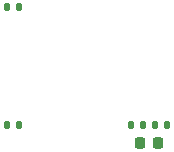
<source format=gbr>
%TF.GenerationSoftware,KiCad,Pcbnew,(6.0.7-1)-1*%
%TF.CreationDate,2022-09-13T18:31:53+08:00*%
%TF.ProjectId,0102-USB-SWITCH,30313032-2d55-4534-922d-535749544348,V1.1*%
%TF.SameCoordinates,Original*%
%TF.FileFunction,Paste,Top*%
%TF.FilePolarity,Positive*%
%FSLAX46Y46*%
G04 Gerber Fmt 4.6, Leading zero omitted, Abs format (unit mm)*
G04 Created by KiCad (PCBNEW (6.0.7-1)-1) date 2022-09-13 18:31:53*
%MOMM*%
%LPD*%
G01*
G04 APERTURE LIST*
G04 Aperture macros list*
%AMRoundRect*
0 Rectangle with rounded corners*
0 $1 Rounding radius*
0 $2 $3 $4 $5 $6 $7 $8 $9 X,Y pos of 4 corners*
0 Add a 4 corners polygon primitive as box body*
4,1,4,$2,$3,$4,$5,$6,$7,$8,$9,$2,$3,0*
0 Add four circle primitives for the rounded corners*
1,1,$1+$1,$2,$3*
1,1,$1+$1,$4,$5*
1,1,$1+$1,$6,$7*
1,1,$1+$1,$8,$9*
0 Add four rect primitives between the rounded corners*
20,1,$1+$1,$2,$3,$4,$5,0*
20,1,$1+$1,$4,$5,$6,$7,0*
20,1,$1+$1,$6,$7,$8,$9,0*
20,1,$1+$1,$8,$9,$2,$3,0*%
G04 Aperture macros list end*
%ADD10RoundRect,0.135000X0.135000X0.185000X-0.135000X0.185000X-0.135000X-0.185000X0.135000X-0.185000X0*%
%ADD11RoundRect,0.218750X0.218750X0.256250X-0.218750X0.256250X-0.218750X-0.256250X0.218750X-0.256250X0*%
%ADD12RoundRect,0.135000X-0.135000X-0.185000X0.135000X-0.185000X0.135000X0.185000X-0.135000X0.185000X0*%
G04 APERTURE END LIST*
D10*
%TO.C,R1*%
X21310000Y7300000D03*
X20290000Y7300000D03*
%TD*%
%TO.C,R2*%
X19310000Y7300000D03*
X18290000Y7300000D03*
%TD*%
D11*
%TO.C,D1*%
X20587500Y5800000D03*
X19012500Y5800000D03*
%TD*%
D10*
%TO.C,R3*%
X8810000Y7300000D03*
X7790000Y7300000D03*
%TD*%
D12*
%TO.C,R4*%
X7790000Y17300000D03*
X8810000Y17300000D03*
%TD*%
M02*

</source>
